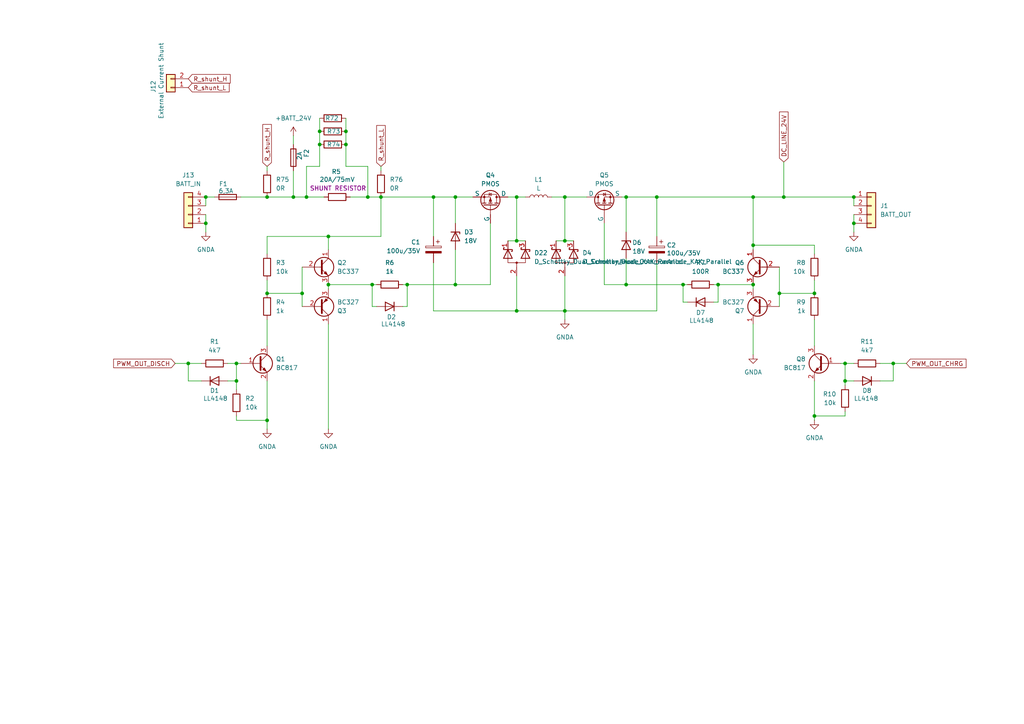
<source format=kicad_sch>
(kicad_sch (version 20231120) (generator "eeschema") (generator_version "8.0")
  (paper "A4")
  (lib_symbols
    (symbol "Connector_Generic:Conn_01x02" (pin_names (offset 1.016) hide)
      (property "Reference" "J" (at 0 2.54 0))
      (property "Value" "Conn_01x02" (at 0 -5.08 0))
      (symbol "Conn_01x02_1_1"
        (rectangle (start -1.27 -2.413) (end 0 -2.667) (stroke (width 0.1524)))
        (rectangle (start -1.27 0.127) (end 0 -0.127) (stroke (width 0.1524)))
        (rectangle (start -1.27 1.27) (end 1.27 -3.81) (stroke (width 0.254)) (fill (type background)))
        (pin passive line (at -5.08 0 0) (length 3.81) (name "Pin_1") (number "1"))
        (pin passive line (at -5.08 -2.54 0) (length 3.81) (name "Pin_2") (number "2"))
      )
    )
    (symbol "Connector_Generic:Conn_01x04" (pin_names (offset 1.016) hide)
      (property "Reference" "J" (at 0 5.08 0))
      (property "Value" "Conn_01x04" (at 0 -7.62 0))
      (symbol "Conn_01x04_1_1"
        (rectangle (start -1.27 -4.953) (end 0 -5.207) (stroke (width 0.1524)))
        (rectangle (start -1.27 -2.413) (end 0 -2.667) (stroke (width 0.1524)))
        (rectangle (start -1.27 0.127) (end 0 -0.127) (stroke (width 0.1524)))
        (rectangle (start -1.27 2.667) (end 0 2.413) (stroke (width 0.1524)))
        (rectangle (start -1.27 3.81) (end 1.27 -6.35) (stroke (width 0.254)) (fill (type background)))
        (pin passive line (at -5.08 2.54 0) (length 3.81) (name "Pin_1") (number "1"))
        (pin passive line (at -5.08 0 0) (length 3.81) (name "Pin_2") (number "2"))
        (pin passive line (at -5.08 -2.54 0) (length 3.81) (name "Pin_3") (number "3"))
        (pin passive line (at -5.08 -5.08 0) (length 3.81) (name "Pin_4") (number "4"))
      )
    )
    (symbol "Device:C_Polarized" (pin_numbers hide) (pin_names (offset 0.254))
      (property "Reference" "C" (at 0.635 2.54 0))
      (property "Value" "C_Polarized" (at 0.635 -2.54 0))
      (symbol "C_Polarized_0_1"
        (rectangle (start -2.286 0.508) (end 2.286 1.016))
        (polyline (pts (xy -1.778 2.286) (xy -0.762 2.286)))
        (polyline (pts (xy -1.27 2.794) (xy -1.27 1.778)))
        (rectangle (start 2.286 -0.508) (end -2.286 -1.016) (fill (type outline)))
      )
      (symbol "C_Polarized_1_1"
        (pin passive line (at 0 3.81 270) (length 2.794) (name "~") (number "1"))
        (pin passive line (at 0 -3.81 90) (length 2.794) (name "~") (number "2"))
      )
    )
    (symbol "Device:D_Schottky_Dual_CommonAnode_KAK_Parallel" (pin_names (offset 0.762) hide)
      (property "Reference" "D" (at 0 5.08 0))
      (property "Value" "D_Schottky_Dual_CommonAnode_KAK_Parallel" (at 0 -5.08 0))
      (symbol "D_Schottky_Dual_CommonAnode_KAK_Parallel_0_1"
        (circle (center -1.27 0) (radius 0.254) (fill (type outline)))
        (polyline (pts (xy -1.27 0) (xy -2.54 0)))
        (polyline (pts (xy 2.54 2.54) (xy -1.27 2.54) (xy -1.27 -2.54) (xy 2.54 -2.54)))
        (polyline (pts (xy 0 -1.27) (xy 2.54 -2.54) (xy 0 -3.81) (xy 0 -1.27) (xy 0 -1.27) (xy 0 -1.27)) (stroke (width 0.254)))
        (polyline (pts (xy 0 3.81) (xy 2.54 2.54) (xy 0 1.27) (xy 0 3.81) (xy 0 3.81) (xy 0 3.81)) (stroke (width 0.254)))
        (polyline (pts (xy 3.048 -1.524) (xy 3.048 -1.27) (xy 2.54 -1.27) (xy 2.54 -3.81) (xy 2.032 -3.81) (xy 2.032 -3.556)) (stroke (width 0.254)))
        (polyline (pts (xy 3.048 3.556) (xy 3.048 3.81) (xy 2.54 3.81) (xy 2.54 1.27) (xy 2.032 1.27) (xy 2.032 1.524)) (stroke (width 0.254)))
        (pin passive line (at 5.08 2.54 180) (length 2.54) (name "K") (number "1"))
        (pin passive line (at -5.08 0 0) (length 2.54) (name "A") (number "2"))
        (pin passive line (at 5.08 -2.54 180) (length 2.54) (name "K") (number "3"))
      )
    )
    (symbol "Device:D_Zener" (pin_numbers hide) (pin_names (offset 1.016) hide)
      (property "Reference" "D" (at 0 2.54 0))
      (property "Value" "D_Zener" (at 0 -2.54 0))
      (symbol "D_Zener_0_1"
        (polyline (pts (xy 1.27 0) (xy -1.27 0)))
        (polyline (pts (xy -1.27 -1.27) (xy -1.27 1.27) (xy -0.762 1.27)) (stroke (width 0.254)))
        (polyline (pts (xy 1.27 -1.27) (xy 1.27 1.27) (xy -1.27 0) (xy 1.27 -1.27)) (stroke (width 0.254)))
      )
      (symbol "D_Zener_1_1"
        (pin passive line (at -3.81 0 0) (length 2.54) (name "K") (number "1"))
        (pin passive line (at 3.81 0 180) (length 2.54) (name "A") (number "2"))
      )
    )
    (symbol "Device:Fuse" (pin_numbers hide) (pin_names (offset 0))
      (property "Reference" "F" (at 2.032 0 90))
      (property "Value" "Fuse" (at -1.905 0 90))
      (symbol "Fuse_0_1"
        (rectangle (start -0.762 -2.54) (end 0.762 2.54) (stroke (width 0.254)))
        (polyline (pts (xy 0 2.54) (xy 0 -2.54)))
      )
      (symbol "Fuse_1_1"
        (pin passive line (at 0 3.81 270) (length 1.27) (name "~") (number "1"))
        (pin passive line (at 0 -3.81 90) (length 1.27) (name "~") (number "2"))
      )
    )
    (symbol "Device:L" (pin_numbers hide) (pin_names (offset 1.016) hide)
      (property "Reference" "L" (at -1.27 0 90))
      (property "Value" "L" (at 1.905 0 90))
      (symbol "L_0_1"
        (arc (start 0 -2.54) (mid 0.6323 -1.905) (end 0 -1.27))
        (arc (start 0 -1.27) (mid 0.6323 -0.635) (end 0 0))
        (arc (start 0 0) (mid 0.6323 0.635) (end 0 1.27))
        (arc (start 0 1.27) (mid 0.6323 1.905) (end 0 2.54))
      )
      (symbol "L_1_1"
        (pin passive line (at 0 3.81 270) (length 1.27) (name "1") (number "1"))
        (pin passive line (at 0 -3.81 90) (length 1.27) (name "2") (number "2"))
      )
    )
    (symbol "Device:R" (pin_numbers hide) (pin_names (offset 0))
      (property "Reference" "R" (at 2.032 0 90))
      (property "Value" "R" (at 0 0 90))
      (symbol "R_0_1"
        (rectangle (start -1.016 -2.54) (end 1.016 2.54) (stroke (width 0.254)))
      )
      (symbol "R_1_1"
        (pin passive line (at 0 3.81 270) (length 1.27) (name "~") (number "1"))
        (pin passive line (at 0 -3.81 90) (length 1.27) (name "~") (number "2"))
      )
    )
    (symbol "Diode:LL4148" (pin_numbers hide) (pin_names hide)
      (property "Reference" "D" (at 0 2.54 0))
      (property "Value" "LL4148" (at 0 -2.54 0))
      (symbol "LL4148_0_1"
        (polyline (pts (xy -1.27 1.27) (xy -1.27 -1.27)) (stroke (width 0.254)))
        (polyline (pts (xy 1.27 0) (xy -1.27 0)))
        (polyline (pts (xy 1.27 1.27) (xy 1.27 -1.27) (xy -1.27 0) (xy 1.27 1.27)) (stroke (width 0.254)))
      )
      (symbol "LL4148_1_1"
        (pin passive line (at -3.81 0 0) (length 2.54) (name "K") (number "1"))
        (pin passive line (at 3.81 0 180) (length 2.54) (name "A") (number "2"))
      )
    )
    (symbol "Simulation_SPICE:PMOS" (pin_numbers hide) (pin_names (offset 0))
      (property "Reference" "Q" (at 5.08 1.27 0))
      (property "Value" "PMOS" (at 5.08 -1.27 0))
      (symbol "PMOS_0_1"
        (polyline (pts (xy 0.254 0) (xy -2.54 0)))
        (polyline (pts (xy 0.254 1.905) (xy 0.254 -1.905)) (stroke (width 0.254)))
        (polyline (pts (xy 0.762 -1.27) (xy 0.762 -2.286)) (stroke (width 0.254)))
        (polyline (pts (xy 0.762 0.508) (xy 0.762 -0.508)) (stroke (width 0.254)))
        (polyline (pts (xy 0.762 2.286) (xy 0.762 1.27)) (stroke (width 0.254)))
        (polyline (pts (xy 2.54 2.54) (xy 2.54 1.778)))
        (polyline (pts (xy 2.54 -2.54) (xy 2.54 0) (xy 0.762 0)))
        (polyline (pts (xy 0.762 1.778) (xy 3.302 1.778) (xy 3.302 -1.778) (xy 0.762 -1.778)))
        (polyline (pts (xy 2.286 0) (xy 1.27 0.381) (xy 1.27 -0.381) (xy 2.286 0)) (fill (type outline)))
        (polyline (pts (xy 2.794 -0.508) (xy 2.921 -0.381) (xy 3.683 -0.381) (xy 3.81 -0.254)))
        (polyline (pts (xy 3.302 -0.381) (xy 2.921 0.254) (xy 3.683 0.254) (xy 3.302 -0.381)))
        (circle (center 1.651 0) (radius 2.794) (stroke (width 0.254)))
        (circle (center 2.54 -1.778) (radius 0.254) (fill (type outline)))
        (circle (center 2.54 1.778) (radius 0.254) (fill (type outline)))
      )
      (symbol "PMOS_1_1"
        (pin passive line (at 2.54 5.08 270) (length 2.54) (name "D") (number "1"))
        (pin input line (at -5.08 0 0) (length 2.54) (name "G") (number "2"))
        (pin passive line (at 2.54 -5.08 90) (length 2.54) (name "S") (number "3"))
      )
    )
    (symbol "Transistor_BJT:BC327" (pin_names (offset 0) hide)
      (property "Reference" "Q" (at 5.08 1.905 0))
      (property "Value" "BC327" (at 5.08 0 0))
      (symbol "BC327_0_1"
        (polyline (pts (xy 0.635 0.635) (xy 2.54 2.54)))
        (polyline (pts (xy 0.635 -0.635) (xy 2.54 -2.54) (xy 2.54 -2.54)))
        (polyline (pts (xy 0.635 1.905) (xy 0.635 -1.905) (xy 0.635 -1.905)) (stroke (width 0.508)))
        (polyline (pts (xy 2.286 -1.778) (xy 1.778 -2.286) (xy 1.27 -1.27) (xy 2.286 -1.778) (xy 2.286 -1.778)) (fill (type outline)))
        (circle (center 1.27 0) (radius 2.8194) (stroke (width 0.254)))
      )
      (symbol "BC327_1_1"
        (pin passive line (at 2.54 5.08 270) (length 2.54) (name "C") (number "1"))
        (pin input line (at -5.08 0 0) (length 5.715) (name "B") (number "2"))
        (pin passive line (at 2.54 -5.08 90) (length 2.54) (name "E") (number "3"))
      )
    )
    (symbol "Transistor_BJT:BC337" (pin_names (offset 0) hide)
      (property "Reference" "Q" (at 5.08 1.905 0))
      (property "Value" "BC337" (at 5.08 0 0))
      (symbol "BC337_0_1"
        (polyline (pts (xy 0 0) (xy 0.635 0)))
        (polyline (pts (xy 0.635 0.635) (xy 2.54 2.54)))
        (polyline (pts (xy 0.635 -0.635) (xy 2.54 -2.54) (xy 2.54 -2.54)))
        (polyline (pts (xy 0.635 1.905) (xy 0.635 -1.905) (xy 0.635 -1.905)) (stroke (width 0.508)))
        (polyline (pts (xy 1.27 -1.778) (xy 1.778 -1.27) (xy 2.286 -2.286) (xy 1.27 -1.778) (xy 1.27 -1.778)) (fill (type outline)))
        (circle (center 1.27 0) (radius 2.8194) (stroke (width 0.254)))
      )
      (symbol "BC337_1_1"
        (pin passive line (at 2.54 5.08 270) (length 2.54) (name "C") (number "1"))
        (pin input line (at -5.08 0 0) (length 5.08) (name "B") (number "2"))
        (pin passive line (at 2.54 -5.08 90) (length 2.54) (name "E") (number "3"))
      )
    )
    (symbol "Transistor_BJT:BC817" (pin_names (offset 0) hide)
      (property "Reference" "Q" (at 5.08 1.905 0))
      (property "Value" "BC817" (at 5.08 0 0))
      (symbol "BC817_0_1"
        (polyline (pts (xy 0.635 0.635) (xy 2.54 2.54)))
        (polyline (pts (xy 0.635 -0.635) (xy 2.54 -2.54) (xy 2.54 -2.54)))
        (polyline (pts (xy 0.635 1.905) (xy 0.635 -1.905) (xy 0.635 -1.905)) (stroke (width 0.508)))
        (polyline (pts (xy 1.27 -1.778) (xy 1.778 -1.27) (xy 2.286 -2.286) (xy 1.27 -1.778) (xy 1.27 -1.778)) (fill (type outline)))
        (circle (center 1.27 0) (radius 2.8194) (stroke (width 0.254)))
      )
      (symbol "BC817_1_1"
        (pin input line (at -5.08 0 0) (length 5.715) (name "B") (number "1"))
        (pin passive line (at 2.54 -5.08 90) (length 2.54) (name "E") (number "2"))
        (pin passive line (at 2.54 5.08 270) (length 2.54) (name "C") (number "3"))
      )
    )
    (symbol "power:+BATT" (power) (pin_numbers hide) (pin_names (offset 0) hide)
      (property "Value" "+BATT" (at 0 3.556 0))
      (symbol "+BATT_0_1"
        (polyline (pts (xy -0.762 1.27) (xy 0 2.54)))
        (polyline (pts (xy 0 0) (xy 0 2.54)))
        (polyline (pts (xy 0 2.54) (xy 0.762 1.27)))
      )
      (symbol "+BATT_1_1"
        (pin power_in line (at 0 0 90) (length 0) (name "~") (number "1"))
      )
    )
    (symbol "power:GNDA" (power) (pin_numbers hide) (pin_names (offset 0) hide)
      (property "Value" "GNDA" (at 0 -3.81 0))
      (symbol "GNDA_0_1"
        (polyline (pts (xy 0 0) (xy 0 -1.27) (xy 1.27 -1.27) (xy 0 -2.54) (xy -1.27 -1.27) (xy 0 -1.27)))
      )
      (symbol "GNDA_1_1"
        (pin power_in line (at 0 0 270) (length 0) (name "~") (number "1"))
      )
    )
  )
  (junction (at 85.09 57.15))
  (junction (at 190.5 57.15))
  (junction (at 149.86 57.15))
  (junction (at 77.47 57.15))
  (junction (at 87.63 85.09))
  (junction (at 107.95 82.55))
  (junction (at 77.47 121.92))
  (junction (at 181.61 82.55))
  (junction (at 54.61 105.41))
  (junction (at 132.08 82.55))
  (junction (at 245.11 105.41))
  (junction (at 95.25 82.55))
  (junction (at 59.69 57.15))
  (junction (at 236.22 120.65))
  (junction (at 149.86 69.85))
  (junction (at 181.61 57.15))
  (junction (at 198.12 82.55))
  (junction (at 245.11 110.49))
  (junction (at 110.49 57.15))
  (junction (at 68.58 105.41))
  (junction (at 226.06 85.09))
  (junction (at 106.68 57.15))
  (junction (at 132.08 57.15))
  (junction (at 59.69 64.77))
  (junction (at 88.9 57.15))
  (junction (at 163.83 57.15))
  (junction (at 100.33 38.1))
  (junction (at 247.65 57.15))
  (junction (at 236.22 85.09))
  (junction (at 95.25 68.58))
  (junction (at 163.83 90.17))
  (junction (at 208.28 82.55))
  (junction (at 68.58 110.49))
  (junction (at 92.71 38.1))
  (junction (at 218.44 82.55))
  (junction (at 218.44 71.12))
  (junction (at 218.44 57.15))
  (junction (at 163.83 69.85))
  (junction (at 77.47 85.09))
  (junction (at 125.73 57.15))
  (junction (at 149.86 90.17))
  (junction (at 100.33 41.91))
  (junction (at 247.65 64.77))
  (junction (at 227.33 57.15))
  (junction (at 118.11 82.55))
  (junction (at 259.08 105.41))
  (junction (at 92.71 41.91))
  (wire (pts (xy 106.68 48.26) (xy 100.33 48.26)))
  (wire (pts (xy 106.68 57.15) (xy 106.68 48.26)))
  (wire (pts (xy 198.12 87.63) (xy 198.12 82.55)))
  (wire (pts (xy 255.27 110.49) (xy 259.08 110.49)))
  (wire (pts (xy 227.33 46.99) (xy 227.33 57.15)))
  (wire (pts (xy 163.83 57.15) (xy 163.83 69.85)))
  (wire (pts (xy 198.12 82.55) (xy 199.39 82.55)))
  (wire (pts (xy 95.25 68.58) (xy 110.49 68.58)))
  (wire (pts (xy 58.42 110.49) (xy 54.61 110.49)))
  (wire (pts (xy 77.47 85.09) (xy 87.63 85.09)))
  (wire (pts (xy 100.33 34.29) (xy 100.33 38.1)))
  (wire (pts (xy 116.84 88.9) (xy 118.11 88.9)))
  (wire (pts (xy 190.5 57.15) (xy 218.44 57.15)))
  (wire (pts (xy 125.73 90.17) (xy 149.86 90.17)))
  (wire (pts (xy 85.09 57.15) (xy 88.9 57.15)))
  (wire (pts (xy 163.83 69.85) (xy 166.37 69.85)))
  (wire (pts (xy 247.65 62.23) (xy 247.65 64.77)))
  (wire (pts (xy 207.01 87.63) (xy 208.28 87.63)))
  (wire (pts (xy 149.86 57.15) (xy 152.4 57.15)))
  (wire (pts (xy 107.95 82.55) (xy 107.95 88.9)))
  (wire (pts (xy 92.71 34.29) (xy 92.71 38.1)))
  (wire (pts (xy 87.63 77.47) (xy 87.63 85.09)))
  (wire (pts (xy 59.69 57.15) (xy 62.23 57.15)))
  (wire (pts (xy 100.33 38.1) (xy 100.33 41.91)))
  (wire (pts (xy 218.44 82.55) (xy 218.44 83.82)))
  (wire (pts (xy 132.08 57.15) (xy 132.08 64.77)))
  (wire (pts (xy 218.44 82.55) (xy 208.28 82.55)))
  (wire (pts (xy 125.73 90.17) (xy 125.73 76.2)))
  (wire (pts (xy 77.47 110.49) (xy 77.47 121.92)))
  (wire (pts (xy 247.65 110.49) (xy 245.11 110.49)))
  (wire (pts (xy 132.08 82.55) (xy 142.24 82.55)))
  (wire (pts (xy 190.5 57.15) (xy 190.5 68.58)))
  (wire (pts (xy 68.58 110.49) (xy 68.58 105.41)))
  (wire (pts (xy 259.08 105.41) (xy 255.27 105.41)))
  (wire (pts (xy 259.08 110.49) (xy 259.08 105.41)))
  (wire (pts (xy 149.86 57.15) (xy 149.86 69.85)))
  (wire (pts (xy 163.83 90.17) (xy 163.83 80.01)))
  (wire (pts (xy 161.29 69.85) (xy 163.83 69.85)))
  (wire (pts (xy 218.44 57.15) (xy 227.33 57.15)))
  (wire (pts (xy 236.22 85.09) (xy 226.06 85.09)))
  (wire (pts (xy 163.83 92.71) (xy 163.83 90.17)))
  (wire (pts (xy 149.86 80.01) (xy 149.86 90.17)))
  (wire (pts (xy 110.49 48.26) (xy 110.49 49.53)))
  (wire (pts (xy 95.25 93.98) (xy 95.25 124.46)))
  (wire (pts (xy 95.25 82.55) (xy 107.95 82.55)))
  (wire (pts (xy 88.9 57.15) (xy 88.9 48.26)))
  (wire (pts (xy 77.47 57.15) (xy 85.09 57.15)))
  (wire (pts (xy 116.84 82.55) (xy 118.11 82.55)))
  (wire (pts (xy 77.47 81.28) (xy 77.47 85.09)))
  (wire (pts (xy 163.83 57.15) (xy 170.18 57.15)))
  (wire (pts (xy 66.04 110.49) (xy 68.58 110.49)))
  (wire (pts (xy 77.47 121.92) (xy 68.58 121.92)))
  (wire (pts (xy 107.95 82.55) (xy 109.22 82.55)))
  (wire (pts (xy 109.22 88.9) (xy 107.95 88.9)))
  (wire (pts (xy 110.49 57.15) (xy 125.73 57.15)))
  (wire (pts (xy 236.22 71.12) (xy 218.44 71.12)))
  (wire (pts (xy 245.11 110.49) (xy 245.11 111.76)))
  (wire (pts (xy 175.26 64.77) (xy 175.26 82.55)))
  (wire (pts (xy 245.11 105.41) (xy 243.84 105.41)))
  (wire (pts (xy 208.28 82.55) (xy 207.01 82.55)))
  (wire (pts (xy 181.61 57.15) (xy 181.61 67.31)))
  (wire (pts (xy 163.83 90.17) (xy 190.5 90.17)))
  (wire (pts (xy 77.47 121.92) (xy 77.47 124.46)))
  (wire (pts (xy 236.22 73.66) (xy 236.22 71.12)))
  (wire (pts (xy 69.85 57.15) (xy 77.47 57.15)))
  (wire (pts (xy 85.09 49.53) (xy 85.09 57.15)))
  (wire (pts (xy 95.25 82.55) (xy 95.25 83.82)))
  (wire (pts (xy 149.86 69.85) (xy 152.4 69.85)))
  (wire (pts (xy 68.58 121.92) (xy 68.58 120.65)))
  (wire (pts (xy 181.61 82.55) (xy 198.12 82.55)))
  (wire (pts (xy 54.61 110.49) (xy 54.61 105.41)))
  (wire (pts (xy 236.22 120.65) (xy 236.22 121.92)))
  (wire (pts (xy 245.11 120.65) (xy 245.11 119.38)))
  (wire (pts (xy 106.68 57.15) (xy 101.6 57.15)))
  (wire (pts (xy 54.61 105.41) (xy 58.42 105.41)))
  (wire (pts (xy 227.33 57.15) (xy 247.65 57.15)))
  (wire (pts (xy 59.69 62.23) (xy 59.69 64.77)))
  (wire (pts (xy 245.11 110.49) (xy 245.11 105.41)))
  (wire (pts (xy 180.34 57.15) (xy 181.61 57.15)))
  (wire (pts (xy 160.02 57.15) (xy 163.83 57.15)))
  (wire (pts (xy 226.06 77.47) (xy 226.06 85.09)))
  (wire (pts (xy 149.86 90.17) (xy 163.83 90.17)))
  (wire (pts (xy 236.22 120.65) (xy 245.11 120.65)))
  (wire (pts (xy 132.08 57.15) (xy 137.16 57.15)))
  (wire (pts (xy 68.58 110.49) (xy 68.58 113.03)))
  (wire (pts (xy 110.49 57.15) (xy 106.68 57.15)))
  (wire (pts (xy 218.44 57.15) (xy 218.44 71.12)))
  (wire (pts (xy 68.58 105.41) (xy 69.85 105.41)))
  (wire (pts (xy 226.06 85.09) (xy 226.06 88.9)))
  (wire (pts (xy 247.65 57.15) (xy 247.65 59.69)))
  (wire (pts (xy 100.33 41.91) (xy 100.33 48.26)))
  (wire (pts (xy 66.04 105.41) (xy 68.58 105.41)))
  (wire (pts (xy 181.61 74.93) (xy 181.61 82.55)))
  (wire (pts (xy 236.22 92.71) (xy 236.22 100.33)))
  (wire (pts (xy 125.73 57.15) (xy 125.73 68.58)))
  (wire (pts (xy 218.44 93.98) (xy 218.44 102.87)))
  (wire (pts (xy 247.65 105.41) (xy 245.11 105.41)))
  (wire (pts (xy 236.22 110.49) (xy 236.22 120.65)))
  (wire (pts (xy 236.22 81.28) (xy 236.22 85.09)))
  (wire (pts (xy 175.26 82.55) (xy 181.61 82.55)))
  (wire (pts (xy 77.47 48.26) (xy 77.47 49.53)))
  (wire (pts (xy 118.11 82.55) (xy 118.11 88.9)))
  (wire (pts (xy 77.47 73.66) (xy 77.47 68.58)))
  (wire (pts (xy 95.25 68.58) (xy 95.25 72.39)))
  (wire (pts (xy 88.9 48.26) (xy 92.71 48.26)))
  (wire (pts (xy 88.9 57.15) (xy 93.98 57.15)))
  (wire (pts (xy 59.69 64.77) (xy 59.69 67.31)))
  (wire (pts (xy 50.8 105.41) (xy 54.61 105.41)))
  (wire (pts (xy 77.47 68.58) (xy 95.25 68.58)))
  (wire (pts (xy 181.61 57.15) (xy 190.5 57.15)))
  (wire (pts (xy 218.44 71.12) (xy 218.44 72.39)))
  (wire (pts (xy 59.69 57.15) (xy 59.69 59.69)))
  (wire (pts (xy 77.47 92.71) (xy 77.47 100.33)))
  (wire (pts (xy 147.32 69.85) (xy 149.86 69.85)))
  (wire (pts (xy 118.11 82.55) (xy 132.08 82.55)))
  (wire (pts (xy 247.65 64.77) (xy 247.65 67.31)))
  (wire (pts (xy 87.63 85.09) (xy 87.63 88.9)))
  (wire (pts (xy 125.73 57.15) (xy 132.08 57.15)))
  (wire (pts (xy 110.49 68.58) (xy 110.49 57.15)))
  (wire (pts (xy 208.28 87.63) (xy 208.28 82.55)))
  (wire (pts (xy 190.5 90.17) (xy 190.5 76.2)))
  (wire (pts (xy 85.09 39.37) (xy 85.09 41.91)))
  (wire (pts (xy 92.71 41.91) (xy 92.71 48.26)))
  (wire (pts (xy 92.71 38.1) (xy 92.71 41.91)))
  (wire (pts (xy 142.24 64.77) (xy 142.24 82.55)))
  (wire (pts (xy 147.32 57.15) (xy 149.86 57.15)))
  (wire (pts (xy 132.08 72.39) (xy 132.08 82.55)))
  (wire (pts (xy 262.89 105.41) (xy 259.08 105.41)))
  (wire (pts (xy 199.39 87.63) (xy 198.12 87.63)))
  (global_label "R_shunt_L" (shape input) (at 54.61 25.4 0) (property "Intersheetrefs" "${INTERSHEET_REFS}" (effects (hide yes))))
  (global_label "PWM_OUT_CHRG" (shape input) (at 262.89 105.41 0) (property "Intersheetrefs" "${INTERSHEET_REFS}" (effects (hide yes))))
  (global_label "R_shunt_H" (shape input) (at 77.47 48.26 90) (property "Intersheetrefs" "${INTERSHEET_REFS}" (effects (hide yes))))
  (global_label "DC_LINE_24V" (shape input) (at 227.33 46.99 90) (property "Intersheetrefs" "${INTERSHEET_REFS}" (effects (hide yes))))
  (global_label "R_shunt_H" (shape input) (at 54.61 22.86 0) (property "Intersheetrefs" "${INTERSHEET_REFS}" (effects (hide yes))))
  (global_label "PWM_OUT_DISCH" (shape input) (at 50.8 105.41 180) (property "Intersheetrefs" "${INTERSHEET_REFS}" (effects (hide yes))))
  (global_label "R_shunt_L" (shape input) (at 110.49 48.26 90) (property "Intersheetrefs" "${INTERSHEET_REFS}" (effects (hide yes))))
  (symbol (lib_id "Device:R") (at 68.58 116.84 180) (unit 1)
    (property "Reference" "R2" (at 71.12 115.5699 0) (effects (justify right)))
    (property "Value" "10k" (at 71.12 118.1099 0) (effects (justify right)))
    (property "Footprint" "Resistor_SMD:R_0805_2012Metric" (effects (hide yes)))
    (property "Description" "Resistor" (effects (hide yes)))
  )
  (symbol (lib_id "Device:L") (at 156.21 57.15 90) (unit 1)
    (property "Reference" "L1" (at 156.21 52.07 90))
    (property "Value" "L" (at 156.21 54.61 90))
    (property "Footprint" "Inductor_THT:L_Axial_L26.0mm_D11.0mm_P30.48mm_Horizontal_Fastron_77A" (effects (hide yes)))
    (property "Description" "Inductor" (effects (hide yes)))
  )
  (symbol (lib_id "Transistor_BJT:BC327") (at 220.98 88.9 180) (unit 1)
    (property "Reference" "Q7" (at 215.9 90.1701 0) (effects (justify left)))
    (property "Value" "BC327" (at 215.9 87.6301 0) (effects (justify left)))
    (property "Footprint" "My-Footprints:TO-92_Inline_Wide" (effects (hide yes)))
    (property "Datasheet" "http://www.onsemi.com/pub_link/Collateral/BC327-D.PDF" (effects (hide yes)))
    (property "Description" "0.8A Ic, 45V Vce, PNP Transistor, TO-92" (effects (hide yes)))
  )
  (symbol (lib_id "Device:R") (at 203.2 82.55 270) (mirror x) (unit 1)
    (property "Reference" "R7" (at 203.2 76.2 90))
    (property "Value" "100R" (at 203.2 78.74 90))
    (property "Footprint" "Resistor_SMD:R_0805_2012Metric" (effects (hide yes)))
    (property "Description" "Resistor" (effects (hide yes)))
  )
  (symbol (lib_id "power:GNDA") (at 236.22 121.92 0) (unit 1)
    (property "Reference" "#PWR06" (effects (hide yes)))
    (property "Value" "GNDA" (at 236.22 127 0))
    (property "Description" "Power symbol creates a global label with name \"GNDA\" , analog ground" (effects (hide yes)))
  )
  (symbol (lib_id "power:+BATT") (at 85.09 39.37 0) (unit 1)
    (property "Reference" "#PWR02" (effects (hide yes)))
    (property "Value" "+BATT_24V" (at 85.09 34.29 0))
    (property "Description" "Power symbol creates a global label with name \"+BATT\"" (effects (hide yes)))
  )
  (symbol (lib_id "power:GNDA") (at 218.44 102.87 0) (unit 1)
    (property "Reference" "#PWR05" (effects (hide yes)))
    (property "Value" "GNDA" (at 218.44 107.95 0))
    (property "Description" "Power symbol creates a global label with name \"GNDA\" , analog ground" (effects (hide yes)))
  )
  (symbol (lib_id "Device:R") (at 96.52 41.91 90) (unit 1)
    (property "Reference" "R74" (at 96.774 41.91 90))
    (property "Value" "20A/75mV" (effects (hide yes)))
    (property "Footprint" "Resistor_THT:R_Axial_DIN0309_L9.0mm_D3.2mm_P20.32mm_Horizontal" (effects (hide yes)))
    (property "Description" "SHUNT RESISTOR" (effects (hide yes)))
  )
  (symbol (lib_id "Device:R") (at 77.47 88.9 180) (unit 1)
    (property "Reference" "R4" (at 80.01 87.6299 0) (effects (justify right)))
    (property "Value" "1k" (at 80.01 90.1699 0) (effects (justify right)))
    (property "Footprint" "Resistor_SMD:R_0805_2012Metric" (effects (hide yes)))
    (property "Description" "Resistor" (effects (hide yes)))
  )
  (symbol (lib_id "Device:R") (at 245.11 115.57 0) (mirror x) (unit 1)
    (property "Reference" "R10" (at 242.57 114.2999 0) (effects (justify right)))
    (property "Value" "10k" (at 242.57 116.8399 0) (effects (justify right)))
    (property "Footprint" "Resistor_SMD:R_0805_2012Metric" (effects (hide yes)))
    (property "Description" "Resistor" (effects (hide yes)))
  )
  (symbol (lib_id "Device:C_Polarized") (at 125.73 72.39 0) (mirror y) (unit 1)
    (property "Reference" "C1" (at 121.92 70.2309 0) (effects (justify left)))
    (property "Value" "100u/35V" (at 121.92 72.7709 0) (effects (justify left)))
    (property "Footprint" "Capacitor_THT:CP_Radial_D8.0mm_P3.50mm" (effects (hide yes)))
    (property "Description" "Polarized capacitor" (effects (hide yes)))
  )
  (symbol (lib_id "Connector_Generic:Conn_01x04") (at 252.73 59.69 0) (unit 1)
    (property "Reference" "J1" (at 255.27 59.6899 0) (effects (justify left)))
    (property "Value" "BATT_OUT" (at 255.27 62.2299 0) (effects (justify left)))
    (property "Footprint" "My-Footprints-connectors:Flat-6,3mm-connector-4P" (effects (hide yes)))
    (property "Description" "Generic connector, single row, 01x04, script generated (kicad-library-utils/schlib/autogen/connector/)" (effects (hide yes)))
  )
  (symbol (lib_id "Device:D_Zener") (at 181.61 71.12 270) (unit 1)
    (property "Reference" "D6" (at 183.388 70.358 90) (effects (justify left)))
    (property "Value" "18V" (at 183.388 72.898 90) (effects (justify left)))
    (property "Footprint" "Diode_SMD:D_MiniMELF" (effects (hide yes)))
    (property "Description" "Zener diode" (effects (hide yes)))
  )
  (symbol (lib_id "Simulation_SPICE:PMOS") (at 175.26 59.69 90) (unit 1)
    (property "Reference" "Q5" (at 175.26 50.8 90))
    (property "Value" "PMOS" (at 175.26 53.34 90))
    (property "Footprint" "My-Footprints:TO-220-3_V_Thick_Pads" (effects (hide yes)))
    (property "Datasheet" "https://ngspice.sourceforge.io/docs/ngspice-html-manual/manual.xhtml#cha_MOSFETs" (effects (hide yes)))
    (property "Description" "P-MOSFET transistor, drain/source/gate" (effects (hide yes)))
    (property "Sim.Device" "PMOS" (effects (hide yes)))
    (property "Sim.Type" "VDMOS" (effects (hide yes)))
    (property "Sim.Pins" "1=D 2=G 3=S" (effects (hide yes)))
  )
  (symbol (lib_id "Device:D_Schottky_Dual_CommonAnode_KAK_Parallel") (at 163.83 74.93 90) (unit 1)
    (property "Reference" "D4" (at 168.91 73.3424 90) (effects (justify right)))
    (property "Value" "D_Schottky_Dual_CommonAnode_KAK_Parallel" (at 168.91 75.8824 90) (effects (justify right)))
    (property "Footprint" "My-Footprints:TO-220-3_V_Thick_Pads" (effects (hide yes)))
    (property "Description" "Dual Schottky diode, common anode on pin 1" (effects (hide yes)))
  )
  (symbol (lib_id "Transistor_BJT:BC327") (at 92.71 88.9 0) (mirror x) (unit 1)
    (property "Reference" "Q3" (at 97.79 90.1701 0) (effects (justify left)))
    (property "Value" "BC327" (at 97.79 87.6301 0) (effects (justify left)))
    (property "Footprint" "My-Footprints:TO-92_Inline_Wide" (effects (hide yes)))
    (property "Datasheet" "http://www.onsemi.com/pub_link/Collateral/BC327-D.PDF" (effects (hide yes)))
    (property "Description" "0.8A Ic, 45V Vce, PNP Transistor, TO-92" (effects (hide yes)))
  )
  (symbol (lib_id "Device:R") (at 97.79 57.15 90) (unit 1)
    (property "Reference" "R5" (at 97.536 49.784 90))
    (property "Value" "20A/75mV" (at 97.79 52.07 90))
    (property "Footprint" "My-Footprints:Resistor-Power-5W-L22-W10" (effects (hide yes)))
    (property "Description" "SHUNT RESISTOR" (at 98.044 54.61 90))
  )
  (symbol (lib_id "Device:Fuse") (at 85.09 45.72 0) (unit 1)
    (property "Reference" "F2" (at 88.9 44.45 90))
    (property "Value" "2A" (at 86.868 45.212 90))
    (property "Footprint" "My-Footprints:Fuseholder_Clip-5x20mm_Eaton_1A5601-01_Inline_P20.80x6.76mm_D1.70mm_Horizontal" (effects (hide yes)))
    (property "Description" "Fuse" (effects (hide yes)))
  )
  (symbol (lib_id "Device:C_Polarized") (at 190.5 72.39 0) (mirror y) (unit 1)
    (property "Reference" "C2" (at 196.088 71.12 0) (effects (justify left)))
    (property "Value" "100u/35V" (at 203.2 73.406 0) (effects (justify left)))
    (property "Footprint" "Capacitor_THT:CP_Radial_D8.0mm_P3.50mm" (effects (hide yes)))
    (property "Description" "Polarized capacitor" (effects (hide yes)))
  )
  (symbol (lib_id "Device:R") (at 236.22 77.47 0) (mirror x) (unit 1)
    (property "Reference" "R8" (at 233.68 76.1999 0) (effects (justify right)))
    (property "Value" "10k" (at 233.68 78.7399 0) (effects (justify right)))
    (property "Footprint" "Resistor_SMD:R_0805_2012Metric" (effects (hide yes)))
    (property "Description" "Resistor" (effects (hide yes)))
  )
  (symbol (lib_id "Diode:LL4148") (at 113.03 88.9 0) (mirror y) (unit 1)
    (property "Reference" "D2" (at 113.538 91.948 0))
    (property "Value" "LL4148" (at 114.046 93.98 0))
    (property "Footprint" "Diode_SMD:D_MiniMELF" (effects (hide yes)))
    (property "Datasheet" "http://www.vishay.com/docs/85557/ll4148.pdf" (effects (hide yes)))
    (property "Description" "100V 0.15A standard switching diode, MiniMELF" (effects (hide yes)))
    (property "Sim.Device" "D" (effects (hide yes)))
    (property "Sim.Pins" "1=K 2=A" (effects (hide yes)))
  )
  (symbol (lib_id "Transistor_BJT:BC337") (at 92.71 77.47 0) (unit 1)
    (property "Reference" "Q2" (at 97.79 76.1999 0) (effects (justify left)))
    (property "Value" "BC337" (at 97.79 78.7399 0) (effects (justify left)))
    (property "Footprint" "My-Footprints:TO-92_Inline_Wide" (effects (hide yes)))
    (property "Datasheet" "https://diotec.com/tl_files/diotec/files/pdf/datasheets/bc337.pdf" (effects (hide yes)))
    (property "Description" "0.8A Ic, 45V Vce, NPN Transistor, TO-92" (effects (hide yes)))
  )
  (symbol (lib_id "Device:R") (at 77.47 53.34 180) (unit 1)
    (property "Reference" "R75" (at 80.01 52.0699 0) (effects (justify right)))
    (property "Value" "0R" (at 80.01 54.6099 0) (effects (justify right)))
    (property "Footprint" "Resistor_SMD:R_0805_2012Metric" (effects (hide yes)))
    (property "Description" "Resistor" (effects (hide yes)))
  )
  (symbol (lib_id "Device:Fuse") (at 66.04 57.15 90) (unit 1)
    (property "Reference" "F1" (at 64.77 53.34 90))
    (property "Value" "6,3A" (at 65.532 55.372 90))
    (property "Footprint" "My-Footprints:Fuse_Blade_ATO_directSolder" (effects (hide yes)))
    (property "Description" "Fuse" (effects (hide yes)))
  )
  (symbol (lib_id "power:GNDA") (at 247.65 67.31 0) (unit 1)
    (property "Reference" "#PWR071" (effects (hide yes)))
    (property "Value" "GNDA" (at 247.65 72.39 0))
    (property "Description" "Power symbol creates a global label with name \"GNDA\" , analog ground" (effects (hide yes)))
  )
  (symbol (lib_id "Diode:LL4148") (at 62.23 110.49 0) (unit 1)
    (property "Reference" "D1" (at 62.23 113.284 0))
    (property "Value" "LL4148" (at 62.484 115.57 0))
    (property "Footprint" "Diode_SMD:D_MiniMELF" (effects (hide yes)))
    (property "Datasheet" "http://www.vishay.com/docs/85557/ll4148.pdf" (effects (hide yes)))
    (property "Description" "100V 0.15A standard switching diode, MiniMELF" (effects (hide yes)))
    (property "Sim.Device" "D" (effects (hide yes)))
    (property "Sim.Pins" "1=K 2=A" (effects (hide yes)))
  )
  (symbol (lib_id "Diode:LL4148") (at 203.2 87.63 0) (mirror x) (unit 1)
    (property "Reference" "D7" (at 203.2 90.678 0))
    (property "Value" "LL4148" (at 203.454 92.964 0))
    (property "Footprint" "Diode_SMD:D_MiniMELF" (effects (hide yes)))
    (property "Datasheet" "http://www.vishay.com/docs/85557/ll4148.pdf" (effects (hide yes)))
    (property "Description" "100V 0.15A standard switching diode, MiniMELF" (effects (hide yes)))
    (property "Sim.Device" "D" (effects (hide yes)))
    (property "Sim.Pins" "1=K 2=A" (effects (hide yes)))
  )
  (symbol (lib_id "Transistor_BJT:BC817") (at 238.76 105.41 0) (mirror y) (unit 1)
    (property "Reference" "Q8" (at 233.68 104.1399 0) (effects (justify left)))
    (property "Value" "BC817" (at 233.68 106.6799 0) (effects (justify left)))
    (property "Footprint" "Package_TO_SOT_SMD:SOT-23" (effects (hide yes)))
    (property "Datasheet" "https://www.onsemi.com/pub/Collateral/BC818-D.pdf" (effects (hide yes)))
    (property "Description" "0.8A Ic, 45V Vce, NPN Transistor, SOT-23" (effects (hide yes)))
  )
  (symbol (lib_id "power:GNDA") (at 77.47 124.46 0) (unit 1)
    (property "Reference" "#PWR01" (effects (hide yes)))
    (property "Value" "GNDA" (at 77.47 129.54 0))
    (property "Description" "Power symbol creates a global label with name \"GNDA\" , analog ground" (effects (hide yes)))
  )
  (symbol (lib_id "power:GNDA") (at 59.69 67.31 0) (unit 1)
    (property "Reference" "#PWR010" (effects (hide yes)))
    (property "Value" "GNDA" (at 59.69 72.39 0))
    (property "Description" "Power symbol creates a global label with name \"GNDA\" , analog ground" (effects (hide yes)))
  )
  (symbol (lib_id "Simulation_SPICE:PMOS") (at 142.24 59.69 270) (mirror x) (unit 1)
    (property "Reference" "Q4" (at 142.24 50.8 90))
    (property "Value" "PMOS" (at 142.24 53.34 90))
    (property "Footprint" "My-Footprints:TO-220-3_V_Thick_Pads" (effects (hide yes)))
    (property "Datasheet" "https://ngspice.sourceforge.io/docs/ngspice-html-manual/manual.xhtml#cha_MOSFETs" (effects (hide yes)))
    (property "Description" "P-MOSFET transistor, drain/source/gate" (effects (hide yes)))
    (property "Sim.Device" "PMOS" (effects (hide yes)))
    (property "Sim.Type" "VDMOS" (effects (hide yes)))
    (property "Sim.Pins" "1=D 2=G 3=S" (effects (hide yes)))
  )
  (symbol (lib_id "Connector_Generic:Conn_01x02") (at 49.53 25.4 180) (unit 1)
    (property "Reference" "J12" (at 44.45 26.924 90) (effects (justify right)))
    (property "Value" "External Current Shunt" (at 46.736 34.544 90) (effects (justify right)))
    (property "Footprint" "Connector_Hirose:Hirose_DF63M-2P-3.96DSA_1x02_P3.96mm_Vertical" (effects (hide yes)))
    (property "Description" "Generic connector, single row, 01x02, script generated (kicad-library-utils/schlib/autogen/connector/)" (effects (hide yes)))
  )
  (symbol (lib_id "Device:R") (at 110.49 53.34 180) (unit 1)
    (property "Reference" "R76" (at 113.03 52.0699 0) (effects (justify right)))
    (property "Value" "0R" (at 113.03 54.6099 0) (effects (justify right)))
    (property "Footprint" "Resistor_SMD:R_0805_2012Metric" (effects (hide yes)))
    (property "Description" "Resistor" (effects (hide yes)))
  )
  (symbol (lib_id "power:GNDA") (at 95.25 124.46 0) (unit 1)
    (property "Reference" "#PWR03" (effects (hide yes)))
    (property "Value" "GNDA" (at 95.25 129.54 0))
    (property "Description" "Power symbol creates a global label with name \"GNDA\" , analog ground" (effects (hide yes)))
  )
  (symbol (lib_id "Device:R") (at 113.03 82.55 90) (unit 1)
    (property "Reference" "R6" (at 113.03 76.2 90))
    (property "Value" "1k" (at 113.03 78.74 90))
    (property "Footprint" "Resistor_SMD:R_0805_2012Metric" (effects (hide yes)))
    (property "Description" "Resistor" (effects (hide yes)))
  )
  (symbol (lib_id "Transistor_BJT:BC817") (at 74.93 105.41 0) (unit 1)
    (property "Reference" "Q1" (at 80.01 104.1399 0) (effects (justify left)))
    (property "Value" "BC817" (at 80.01 106.6799 0) (effects (justify left)))
    (property "Footprint" "Package_TO_SOT_SMD:SOT-23" (effects (hide yes)))
    (property "Datasheet" "https://www.onsemi.com/pub/Collateral/BC818-D.pdf" (effects (hide yes)))
    (property "Description" "0.8A Ic, 45V Vce, NPN Transistor, SOT-23" (effects (hide yes)))
  )
  (symbol (lib_id "Transistor_BJT:BC337") (at 220.98 77.47 0) (mirror y) (unit 1)
    (property "Reference" "Q6" (at 215.9 76.1999 0) (effects (justify left)))
    (property "Value" "BC337" (at 215.9 78.7399 0) (effects (justify left)))
    (property "Footprint" "My-Footprints:TO-92_Inline_Wide" (effects (hide yes)))
    (property "Datasheet" "https://diotec.com/tl_files/diotec/files/pdf/datasheets/bc337.pdf" (effects (hide yes)))
    (property "Description" "0.8A Ic, 45V Vce, NPN Transistor, TO-92" (effects (hide yes)))
  )
  (symbol (lib_id "Connector_Generic:Conn_01x04") (at 54.61 62.23 180) (unit 1)
    (property "Reference" "J13" (at 54.61 50.8 0))
    (property "Value" "BATT_IN" (at 54.61 53.34 0))
    (property "Footprint" "My-Footprints-connectors:Flat-6,3mm-connector-4P" (effects (hide yes)))
    (property "Description" "Generic connector, single row, 01x04, script generated (kicad-library-utils/schlib/autogen/connector/)" (effects (hide yes)))
  )
  (symbol (lib_id "Device:R") (at 96.52 38.1 90) (unit 1)
    (property "Reference" "R73" (at 96.774 38.1 90))
    (property "Value" "20A/75mV" (effects (hide yes)))
    (property "Footprint" "Resistor_THT:R_Axial_DIN0309_L9.0mm_D3.2mm_P20.32mm_Horizontal" (effects (hide yes)))
    (property "Description" "SHUNT RESISTOR" (effects (hide yes)))
  )
  (symbol (lib_id "power:GNDA") (at 163.83 92.71 0) (unit 1)
    (property "Reference" "#PWR04" (effects (hide yes)))
    (property "Value" "GNDA" (at 163.83 97.79 0))
    (property "Description" "Power symbol creates a global label with name \"GNDA\" , analog ground" (effects (hide yes)))
  )
  (symbol (lib_id "Device:D_Zener") (at 132.08 68.58 270) (unit 1)
    (property "Reference" "D3" (at 134.62 67.3099 90) (effects (justify left)))
    (property "Value" "18V" (at 134.62 69.8499 90) (effects (justify left)))
    (property "Footprint" "Diode_SMD:D_MiniMELF" (effects (hide yes)))
    (property "Description" "Zener diode" (effects (hide yes)))
  )
  (symbol (lib_id "Device:R") (at 62.23 105.41 90) (unit 1)
    (property "Reference" "R1" (at 62.23 99.06 90))
    (property "Value" "4k7" (at 62.23 101.6 90))
    (property "Footprint" "Resistor_SMD:R_0805_2012Metric" (effects (hide yes)))
    (property "Description" "Resistor" (effects (hide yes)))
  )
  (symbol (lib_id "Device:R") (at 251.46 105.41 270) (mirror x) (unit 1)
    (property "Reference" "R11" (at 251.46 99.06 90))
    (property "Value" "4k7" (at 251.46 101.6 90))
    (property "Footprint" "Resistor_SMD:R_0805_2012Metric" (effects (hide yes)))
    (property "Description" "Resistor" (effects (hide yes)))
  )
  (symbol (lib_id "Device:R") (at 96.52 34.29 90) (unit 1)
    (property "Reference" "R72" (at 96.266 34.29 90))
    (property "Value" "20A/75mV" (effects (hide yes)))
    (property "Footprint" "Resistor_THT:R_Axial_DIN0309_L9.0mm_D3.2mm_P20.32mm_Horizontal" (effects (hide yes)))
    (property "Description" "SHUNT RESISTOR" (effects (hide yes)))
  )
  (symbol (lib_id "Device:R") (at 77.47 77.47 180) (unit 1)
    (property "Reference" "R3" (at 80.01 76.1999 0) (effects (justify right)))
    (property "Value" "10k" (at 80.01 78.7399 0) (effects (justify right)))
    (property "Footprint" "Resistor_SMD:R_0805_2012Metric" (effects (hide yes)))
    (property "Description" "Resistor" (effects (hide yes)))
  )
  (symbol (lib_id "Diode:LL4148") (at 251.46 110.49 0) (mirror y) (unit 1)
    (property "Reference" "D8" (at 251.46 113.284 0))
    (property "Value" "LL4148" (at 251.206 115.57 0))
    (property "Footprint" "Diode_SMD:D_MiniMELF" (effects (hide yes)))
    (property "Datasheet" "http://www.vishay.com/docs/85557/ll4148.pdf" (effects (hide yes)))
    (property "Description" "100V 0.15A standard switching diode, MiniMELF" (effects (hide yes)))
    (property "Sim.Device" "D" (effects (hide yes)))
    (property "Sim.Pins" "1=K 2=A" (effects (hide yes)))
  )
  (symbol (lib_id "Device:R") (at 236.22 88.9 0) (mirror x) (unit 1)
    (property "Reference" "R9" (at 233.68 87.6299 0) (effects (justify right)))
    (property "Value" "1k" (at 233.68 90.1699 0) (effects (justify right)))
    (property "Footprint" "Resistor_SMD:R_0805_2012Metric" (effects (hide yes)))
    (property "Description" "Resistor" (effects (hide yes)))
  )
  (symbol (lib_id "Device:D_Schottky_Dual_CommonAnode_KAK_Parallel") (at 149.86 74.93 90) (unit 1)
    (property "Reference" "D22" (at 154.94 73.3424 90) (effects (justify right)))
    (property "Value" "D_Schottky_Dual_CommonAnode_KAK_Parallel" (at 154.94 75.8824 90) (effects (justify right)))
    (property "Footprint" "My-Footprints:TO-220-3_V_Thick_Pads" (effects (hide yes)))
    (property "Description" "Dual Schottky diode, common anode on pin 1" (effects (hide yes)))
  )
)
</source>
